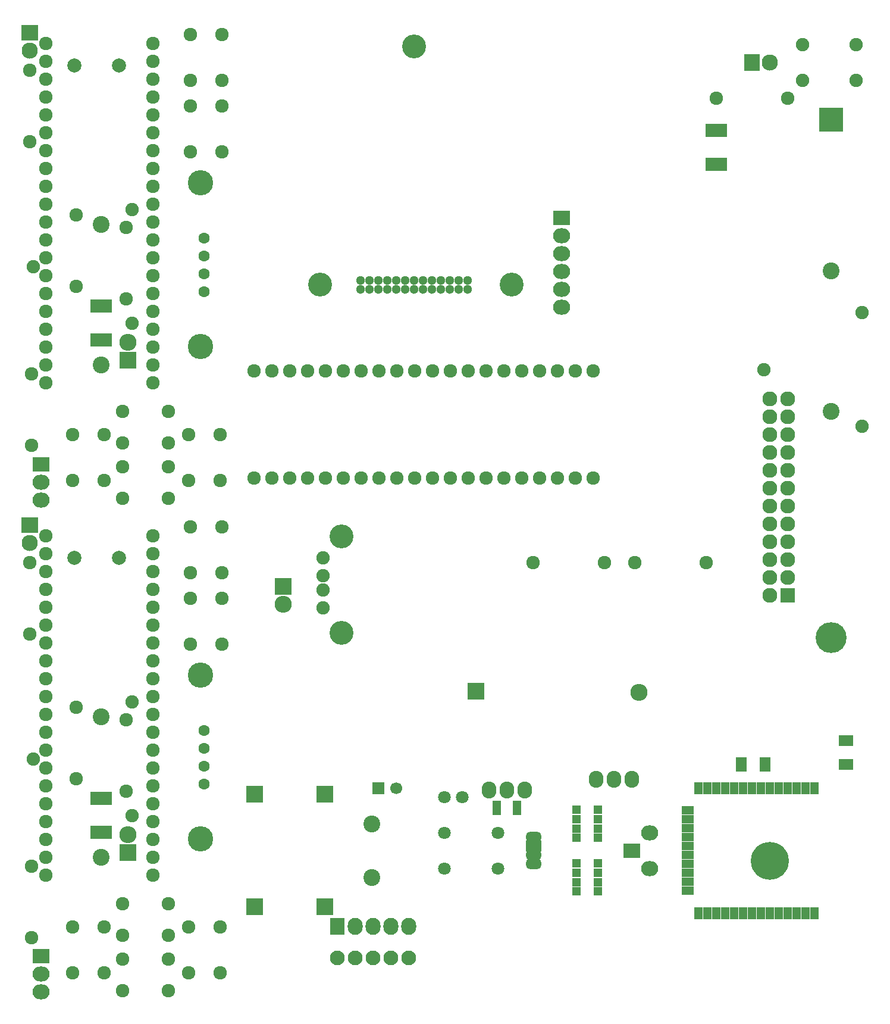
<source format=gbr>
G04 #@! TF.FileFunction,Soldermask,Top*
%FSLAX46Y46*%
G04 Gerber Fmt 4.6, Leading zero omitted, Abs format (unit mm)*
G04 Created by KiCad (PCBNEW 4.0.2+dfsg1-stable) date 2017年07月20日 15時33分43秒*
%MOMM*%
G01*
G04 APERTURE LIST*
%ADD10C,0.100000*%
%ADD11C,1.924000*%
%ADD12R,3.100020X1.901140*%
%ADD13R,2.432000X2.127200*%
%ADD14O,2.432000X2.127200*%
%ADD15R,2.400000X2.300000*%
%ADD16C,2.300000*%
%ADD17C,3.600000*%
%ADD18C,1.600000*%
%ADD19C,2.000200*%
%ADD20C,2.400000*%
%ADD21C,1.900000*%
%ADD22R,2.432000X2.432000*%
%ADD23O,2.432000X2.432000*%
%ADD24R,3.400000X3.400000*%
%ADD25O,4.400000X4.400000*%
%ADD26R,2.300000X2.400000*%
%ADD27C,1.901140*%
%ADD28C,3.399740*%
%ADD29C,3.400000*%
%ADD30C,1.300000*%
%ADD31R,2.127200X2.127200*%
%ADD32O,2.127200X2.127200*%
%ADD33R,1.300000X1.300000*%
%ADD34R,1.600000X2.000000*%
%ADD35R,1.700000X1.700000*%
%ADD36C,1.700000*%
%ADD37R,2.000000X1.600000*%
%ADD38O,2.100000X2.400000*%
%ADD39R,2.127200X2.432000*%
%ADD40O,2.127200X2.432000*%
%ADD41C,2.100000*%
%ADD42R,1.300000X2.100000*%
%ADD43C,1.797000*%
%ADD44R,2.400000X2.400000*%
%ADD45R,1.300000X1.800000*%
%ADD46R,1.800000X1.300000*%
%ADD47C,5.400000*%
%ADD48O,2.305000X1.517600*%
%ADD49R,2.305000X1.517600*%
G04 APERTURE END LIST*
D10*
D11*
X64641600Y-38934800D03*
X64641600Y-41474800D03*
X64641600Y-44014800D03*
X64641600Y-46554800D03*
X64641600Y-49094800D03*
X64641600Y-51634800D03*
X64641600Y-54174800D03*
X64641600Y-56714800D03*
X64641600Y-59254800D03*
X64641600Y-61794800D03*
X64641600Y-64334800D03*
X64641600Y-66874800D03*
X64641600Y-69414800D03*
X64641600Y-71954800D03*
X64641600Y-74494800D03*
X64641600Y-77034800D03*
X64641600Y-79574800D03*
X64641600Y-82114800D03*
X64641600Y-84654800D03*
X64641600Y-87194800D03*
X79881600Y-87194800D03*
X79881600Y-84654800D03*
X79881600Y-82114800D03*
X79881600Y-79574800D03*
X79881600Y-77034800D03*
X79881600Y-74494800D03*
X79881600Y-71954800D03*
X79881600Y-69414800D03*
X79881600Y-66874800D03*
X79881600Y-64334800D03*
X79881600Y-61794800D03*
X79881600Y-59254800D03*
X79881600Y-56714800D03*
X79881600Y-54174800D03*
X79881600Y-51634800D03*
X79881600Y-49094800D03*
X79881600Y-46554800D03*
X79881600Y-44014800D03*
X79881600Y-41474800D03*
X79881600Y-38934800D03*
X75615600Y-95794800D03*
X82115600Y-95794800D03*
X82115600Y-91294800D03*
X75615600Y-91294800D03*
X75615600Y-103668800D03*
X82115600Y-103668800D03*
X82115600Y-99168800D03*
X75615600Y-99168800D03*
X89497600Y-101112800D03*
X89497600Y-94612800D03*
X84997600Y-94612800D03*
X84997600Y-101112800D03*
X68487600Y-94612800D03*
X68487600Y-101112800D03*
X72987600Y-101112800D03*
X72987600Y-94612800D03*
X89751600Y-44216800D03*
X89751600Y-37716800D03*
X85251600Y-37716800D03*
X85251600Y-44216800D03*
X89751600Y-54376800D03*
X89751600Y-47876800D03*
X85251600Y-47876800D03*
X85251600Y-54376800D03*
D12*
X72515600Y-81098800D03*
X72515600Y-76272800D03*
D13*
X63955600Y-98784800D03*
D14*
X63955600Y-101324800D03*
X63955600Y-103864800D03*
D15*
X62355600Y-37410800D03*
D16*
X62355600Y-39950800D03*
D17*
X86663600Y-82080800D03*
X86663600Y-58780800D03*
D18*
X87163600Y-66620800D03*
X87163600Y-69160800D03*
X87163600Y-71700800D03*
X87163600Y-74240800D03*
D19*
X68705600Y-42109800D03*
X75055600Y-42109800D03*
D11*
X76071600Y-65096800D03*
X76071600Y-75256800D03*
X68959600Y-73478800D03*
X68959600Y-63318800D03*
X62355600Y-52904800D03*
X62355600Y-42744800D03*
X62609600Y-96084800D03*
X62609600Y-85924800D03*
D20*
X72515600Y-64684800D03*
X72515600Y-84684800D03*
D21*
X62915600Y-70684800D03*
X76915600Y-62584800D03*
X76915600Y-78784800D03*
D22*
X76325600Y-84019800D03*
D23*
X76325600Y-81479800D03*
D24*
X176443600Y-49748800D03*
D25*
X176443600Y-123408800D03*
D20*
X176443600Y-91308800D03*
X176443600Y-71308800D03*
D21*
X166843600Y-85308800D03*
X180843600Y-93408800D03*
X180843600Y-77208800D03*
D26*
X165173600Y-41620800D03*
D16*
X167713600Y-41620800D03*
D12*
X160085600Y-51344500D03*
X160085600Y-56145100D03*
D27*
X104083480Y-112131940D03*
X104083480Y-114671940D03*
X104083480Y-116703940D03*
X104083480Y-119243940D03*
D28*
X106750480Y-109083940D03*
X106750480Y-122799940D03*
D13*
X138085600Y-63744800D03*
D14*
X138085600Y-66284800D03*
X138085600Y-68824800D03*
X138085600Y-71364800D03*
X138085600Y-73904800D03*
X138085600Y-76444800D03*
D11*
X160093600Y-46700800D03*
X170253600Y-46700800D03*
X134005600Y-112744800D03*
X144165600Y-112744800D03*
X148505600Y-112744800D03*
X158665600Y-112744800D03*
D21*
X179999600Y-39080800D03*
X179999600Y-44160800D03*
X172379600Y-39080800D03*
X172379600Y-44160800D03*
D22*
X125897600Y-131028800D03*
D23*
X149085600Y-131244800D03*
D29*
X117085600Y-39344800D03*
X130985600Y-73244800D03*
X103685600Y-73244800D03*
D30*
X109465600Y-73879800D03*
X109465600Y-72609800D03*
X110735600Y-73879800D03*
X110735600Y-72609800D03*
X112005600Y-73879800D03*
X112005600Y-72609800D03*
X113275600Y-73879800D03*
X113275600Y-72609800D03*
X114545600Y-73879800D03*
X114545600Y-72609800D03*
X115815600Y-73879800D03*
X115815600Y-72609800D03*
X117085600Y-73879800D03*
X117085600Y-72609800D03*
X118355600Y-73879800D03*
X118355600Y-72609800D03*
X119625600Y-73879800D03*
X119625600Y-72609800D03*
X120895600Y-73879800D03*
X120895600Y-72609800D03*
X122165600Y-73879800D03*
X122165600Y-72609800D03*
X123435600Y-73879800D03*
X123435600Y-72609800D03*
X124705600Y-73879800D03*
X124705600Y-72609800D03*
D11*
X142545600Y-85554800D03*
X140005600Y-85554800D03*
X137465600Y-85554800D03*
X134925600Y-85554800D03*
X132385600Y-85554800D03*
X129845600Y-85554800D03*
X127305600Y-85554800D03*
X124765600Y-85554800D03*
X122225600Y-85554800D03*
X119685600Y-85554800D03*
X117145600Y-85554800D03*
X114605600Y-85554800D03*
X112065600Y-85554800D03*
X109525600Y-85554800D03*
X106985600Y-85554800D03*
X104445600Y-85554800D03*
X101905600Y-85554800D03*
X99365600Y-85554800D03*
X96825600Y-85554800D03*
X94285600Y-85554800D03*
X94285600Y-100794800D03*
X96825600Y-100794800D03*
X99365600Y-100794800D03*
X101905600Y-100794800D03*
X104445600Y-100794800D03*
X106985600Y-100794800D03*
X109525600Y-100794800D03*
X112065600Y-100794800D03*
X114605600Y-100794800D03*
X117145600Y-100794800D03*
X119685600Y-100794800D03*
X122225600Y-100794800D03*
X124765600Y-100794800D03*
X127305600Y-100794800D03*
X129845600Y-100794800D03*
X132385600Y-100794800D03*
X134925600Y-100794800D03*
X137465600Y-100794800D03*
X140005600Y-100794800D03*
X142545600Y-100794800D03*
D22*
X98465600Y-116169800D03*
D23*
X98465600Y-118709800D03*
D31*
X170220600Y-117439800D03*
D32*
X167680600Y-117439800D03*
X170220600Y-114899800D03*
X167680600Y-114899800D03*
X170220600Y-112359800D03*
X167680600Y-112359800D03*
X170220600Y-109819800D03*
X167680600Y-109819800D03*
X170220600Y-107279800D03*
X167680600Y-107279800D03*
X170220600Y-104739800D03*
X167680600Y-104739800D03*
X170220600Y-102199800D03*
X167680600Y-102199800D03*
X170220600Y-99659800D03*
X167680600Y-99659800D03*
X170220600Y-97119800D03*
X167680600Y-97119800D03*
X170220600Y-94579800D03*
X167680600Y-94579800D03*
X170220600Y-92039800D03*
X167680600Y-92039800D03*
X170220600Y-89499800D03*
X167680600Y-89499800D03*
D33*
X143215600Y-159554800D03*
X143215600Y-155554800D03*
X143215600Y-158214800D03*
X143215600Y-156894800D03*
X140215600Y-158214800D03*
X140215600Y-159554800D03*
X140215600Y-155554800D03*
X140215600Y-156894800D03*
D34*
X167035600Y-141494800D03*
X163635600Y-141494800D03*
D35*
X111997600Y-144854800D03*
D36*
X114497600Y-144854800D03*
D37*
X178545600Y-138074800D03*
X178545600Y-141474800D03*
D38*
X148065600Y-143584800D03*
X145525600Y-143584800D03*
X142985600Y-143584800D03*
X132825600Y-145108800D03*
X130285600Y-145108800D03*
X127745600Y-145108800D03*
D39*
X106155600Y-164539800D03*
D40*
X108695600Y-164539800D03*
X111235600Y-164539800D03*
X113775600Y-164539800D03*
X116315600Y-164539800D03*
D41*
X116315600Y-168984800D03*
X111235600Y-168984800D03*
X113775600Y-168984800D03*
X108695600Y-168984800D03*
X106155600Y-168984800D03*
D13*
X148065600Y-153744800D03*
D14*
X150605600Y-151204800D03*
X150605600Y-156284800D03*
D42*
X131735600Y-147648800D03*
X128835600Y-147648800D03*
D43*
X121395600Y-146124800D03*
X123935600Y-146124800D03*
D33*
X143215600Y-151934800D03*
X143215600Y-147934800D03*
X143215600Y-150594800D03*
X143215600Y-149274800D03*
X140215600Y-150594800D03*
X140215600Y-151934800D03*
X140215600Y-147934800D03*
X140215600Y-149274800D03*
D20*
X111085600Y-157544640D03*
X111085600Y-149944960D03*
D43*
X129015600Y-151204800D03*
X129015600Y-156284800D03*
X121395600Y-151204800D03*
X121395600Y-156284800D03*
D44*
X104335600Y-145744800D03*
X94335600Y-145744800D03*
X94335600Y-161744800D03*
X104335600Y-161744800D03*
D45*
X174085600Y-144854800D03*
X172815600Y-144854800D03*
X171545600Y-144854800D03*
X170275600Y-144854800D03*
X169005600Y-144854800D03*
X167735600Y-144854800D03*
X166465600Y-144854800D03*
X165195600Y-144854800D03*
X163925600Y-144854800D03*
X162655600Y-144854800D03*
X161385600Y-144854800D03*
X160115600Y-144854800D03*
X158845600Y-144854800D03*
X157575600Y-144854800D03*
D46*
X156051600Y-148029800D03*
X156051600Y-149299800D03*
X156051600Y-150569800D03*
X156051600Y-151839800D03*
X156051600Y-153109800D03*
X156051600Y-154379800D03*
X156051600Y-155649800D03*
X156051600Y-156919800D03*
X156051600Y-158189800D03*
X156051600Y-159459800D03*
D45*
X157575600Y-162634800D03*
X158845600Y-162634800D03*
X160115600Y-162634800D03*
X161385600Y-162634800D03*
X162655600Y-162634800D03*
X163925600Y-162634800D03*
X165195600Y-162634800D03*
X166465600Y-162634800D03*
X167735600Y-162634800D03*
X169005600Y-162634800D03*
X170275600Y-162634800D03*
X171545600Y-162634800D03*
X172815600Y-162634800D03*
X174085600Y-162634800D03*
D47*
X167685600Y-155214800D03*
D48*
X134095600Y-151839800D03*
D49*
X134095600Y-153109800D03*
D48*
X134095600Y-154379800D03*
X134095600Y-155649800D03*
D22*
X76325600Y-154019800D03*
D23*
X76325600Y-151479800D03*
D20*
X72515600Y-134684800D03*
X72515600Y-154684800D03*
D21*
X62915600Y-140684800D03*
X76915600Y-132584800D03*
X76915600Y-148784800D03*
D11*
X62609600Y-166084800D03*
X62609600Y-155924800D03*
X62355600Y-122904800D03*
X62355600Y-112744800D03*
X68959600Y-143478800D03*
X68959600Y-133318800D03*
X76071600Y-135096800D03*
X76071600Y-145256800D03*
D19*
X68705600Y-112109800D03*
X75055600Y-112109800D03*
D17*
X86663600Y-152080800D03*
X86663600Y-128780800D03*
D18*
X87163600Y-136620800D03*
X87163600Y-139160800D03*
X87163600Y-141700800D03*
X87163600Y-144240800D03*
D15*
X62355600Y-107410800D03*
D16*
X62355600Y-109950800D03*
D13*
X63955600Y-168784800D03*
D14*
X63955600Y-171324800D03*
X63955600Y-173864800D03*
D12*
X72515600Y-151098800D03*
X72515600Y-146272800D03*
D11*
X89751600Y-124376800D03*
X89751600Y-117876800D03*
X85251600Y-117876800D03*
X85251600Y-124376800D03*
X89751600Y-114216800D03*
X89751600Y-107716800D03*
X85251600Y-107716800D03*
X85251600Y-114216800D03*
X68487600Y-164612800D03*
X68487600Y-171112800D03*
X72987600Y-171112800D03*
X72987600Y-164612800D03*
X89497600Y-171112800D03*
X89497600Y-164612800D03*
X84997600Y-164612800D03*
X84997600Y-171112800D03*
X75615600Y-173668800D03*
X82115600Y-173668800D03*
X82115600Y-169168800D03*
X75615600Y-169168800D03*
X75615600Y-165794800D03*
X82115600Y-165794800D03*
X82115600Y-161294800D03*
X75615600Y-161294800D03*
X64641600Y-108934800D03*
X64641600Y-111474800D03*
X64641600Y-114014800D03*
X64641600Y-116554800D03*
X64641600Y-119094800D03*
X64641600Y-121634800D03*
X64641600Y-124174800D03*
X64641600Y-126714800D03*
X64641600Y-129254800D03*
X64641600Y-131794800D03*
X64641600Y-134334800D03*
X64641600Y-136874800D03*
X64641600Y-139414800D03*
X64641600Y-141954800D03*
X64641600Y-144494800D03*
X64641600Y-147034800D03*
X64641600Y-149574800D03*
X64641600Y-152114800D03*
X64641600Y-154654800D03*
X64641600Y-157194800D03*
X79881600Y-157194800D03*
X79881600Y-154654800D03*
X79881600Y-152114800D03*
X79881600Y-149574800D03*
X79881600Y-147034800D03*
X79881600Y-144494800D03*
X79881600Y-141954800D03*
X79881600Y-139414800D03*
X79881600Y-136874800D03*
X79881600Y-134334800D03*
X79881600Y-131794800D03*
X79881600Y-129254800D03*
X79881600Y-126714800D03*
X79881600Y-124174800D03*
X79881600Y-121634800D03*
X79881600Y-119094800D03*
X79881600Y-116554800D03*
X79881600Y-114014800D03*
X79881600Y-111474800D03*
X79881600Y-108934800D03*
M02*

</source>
